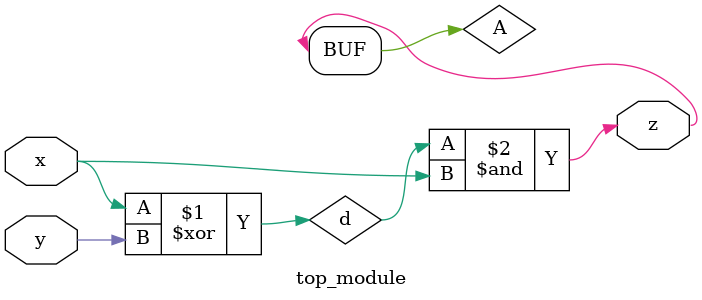
<source format=v>
module top_module (input x, input y, output z);
    reg A;
wire d;
    xor(d,x,y);
    and(z,d,x);
    assign A=z;
endmodule

</source>
